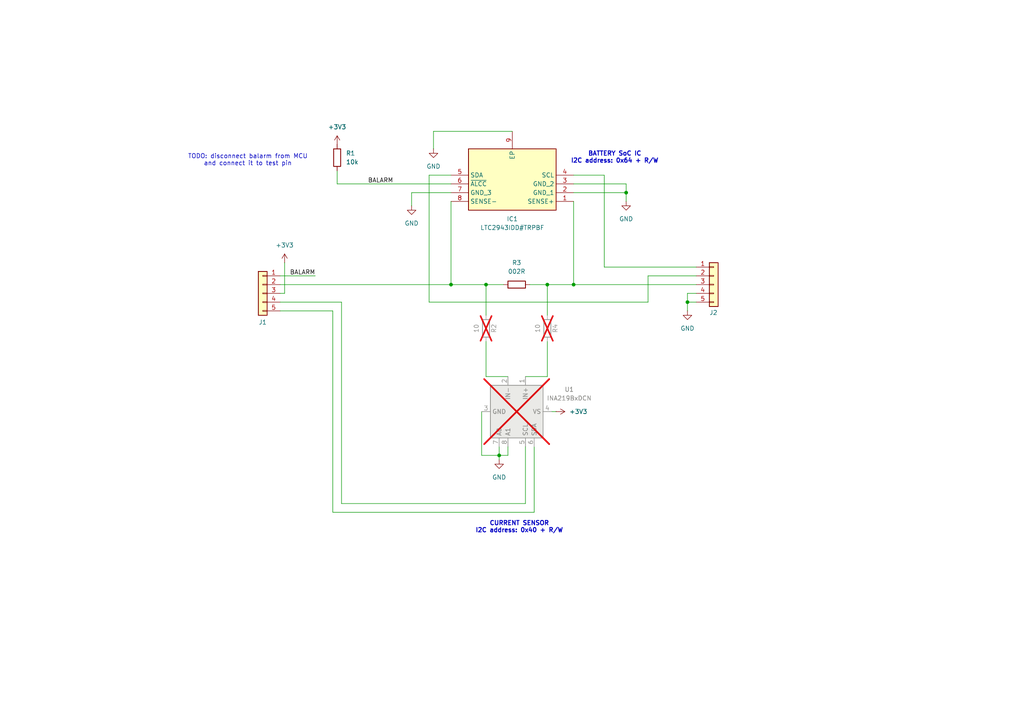
<source format=kicad_sch>
(kicad_sch (version 20250114) (generator "eeschema") (generator_version "9.0")
  (paper "A4")
  (title_block (title "Power Manager Breakout Board"))
  (lib_symbols
    (symbol "Connector_Generic:Conn_01x05" (pin_names (offset 1.016) (hide yes))
      (property "Reference" "J" (at 0 7.62 0))
      (property "Value" "Conn_01x05" (at 0 -7.62 0))
      (symbol "Conn_01x05_1_1"
        (rectangle (start -1.27 6.35) (end 1.27 -6.35) (stroke (width 0.254)) (fill (type background)))
        (rectangle (start -1.27 5.207) (end 0 4.953) (stroke (width 0.1524)))
        (rectangle (start -1.27 2.667) (end 0 2.413) (stroke (width 0.1524)))
        (rectangle (start -1.27 0.127) (end 0 -0.127) (stroke (width 0.1524)))
        (rectangle (start -1.27 -2.413) (end 0 -2.667) (stroke (width 0.1524)))
        (rectangle (start -1.27 -4.953) (end 0 -5.207) (stroke (width 0.1524)))
        (pin passive line (at -5.08 5.08 0) (length 3.81) (name "Pin_1") (number "1"))
        (pin passive line (at -5.08 2.54 0) (length 3.81) (name "Pin_2") (number "2"))
        (pin passive line (at -5.08 0 0) (length 3.81) (name "Pin_3") (number "3"))
        (pin passive line (at -5.08 -2.54 0) (length 3.81) (name "Pin_4") (number "4"))
        (pin passive line (at -5.08 -5.08 0) (length 3.81) (name "Pin_5") (number "5"))
      )
    )
    (symbol "Device:R" (pin_numbers (hide yes)) (pin_names (offset 0))
      (property "Reference" "R" (at 2.032 0 90))
      (property "Value" "R" (at 0 0 90))
      (symbol "R_0_1"
        (rectangle (start -1.016 -2.54) (end 1.016 2.54) (stroke (width 0.254)))
      )
      (symbol "R_1_1"
        (pin passive line (at 0 3.81 270) (length 1.27) (name "~") (number "1"))
        (pin passive line (at 0 -3.81 90) (length 1.27) (name "~") (number "2"))
      )
    )
    (symbol "Sensor_Energy:INA219BxDCN"
      (property "Reference" "U" (at -6.35 8.89 0))
      (property "Value" "INA219BxDCN" (at 6.35 8.89 0))
      (symbol "INA219BxDCN_0_1"
        (rectangle (start -7.62 7.62) (end 7.62 -7.62) (stroke (width 0.254)) (fill (type background)))
      )
      (symbol "INA219BxDCN_1_1"
        (pin input line (at -10.16 2.54 0) (length 2.54) (name "IN+") (number "1"))
        (pin input line (at -10.16 -2.54 0) (length 2.54) (name "IN-") (number "2"))
        (pin power_in line (at 0 10.16 270) (length 2.54) (name "VS") (number "4"))
        (pin power_in line (at 0 -10.16 90) (length 2.54) (name "GND") (number "3"))
        (pin bidirectional line (at 10.16 5.08 180) (length 2.54) (name "SDA") (number "6"))
        (pin input line (at 10.16 2.54 180) (length 2.54) (name "SCL") (number "5"))
        (pin input line (at 10.16 -2.54 180) (length 2.54) (name "A1") (number "8"))
        (pin input line (at 10.16 -5.08 180) (length 2.54) (name "A0") (number "7"))
      )
    )
    (symbol "dodo-device:LTC2943IDD#TRPBF"
      (property "Reference" "IC" (at 13.97 13.97 0))
      (property "Value" "LTC2943IDD#TRPBF" (at 13.97 11.43 0))
      (symbol "LTC2943IDD#TRPBF_1_1"
        (rectangle (start -12.7 8.89) (end 12.7 -8.89) (stroke (width 0.254)) (fill (type background)))
        (pin passive line (at -17.78 6.35 0) (length 5.08) (name "SENSE+") (number "1"))
        (pin passive line (at -17.78 3.81 0) (length 5.08) (name "GND_1") (number "2"))
        (pin passive line (at -17.78 1.27 0) (length 5.08) (name "GND_2") (number "3"))
        (pin passive line (at -17.78 -1.27 0) (length 5.08) (name "SCL") (number "4"))
        (pin passive line (at 0 -13.97 90) (length 5.08) (name "EP") (number "9"))
        (pin passive line (at 17.78 6.35 180) (length 5.08) (name "SENSE-") (number "8"))
        (pin passive line (at 17.78 3.81 180) (length 5.08) (name "GND_3") (number "7"))
        (pin passive line (at 17.78 1.27 180) (length 5.08) (name "~{ALCC}") (number "6"))
        (pin passive line (at 17.78 -1.27 180) (length 5.08) (name "SDA") (number "5"))
      )
    )
    (symbol "power:+3V3" (power) (pin_numbers (hide yes)) (pin_names (offset 0) (hide yes))
      (property "Value" "+3V3" (at 0 3.556 0))
      (symbol "+3V3_0_1"
        (polyline (pts (xy -0.762 1.27) (xy 0 2.54)))
        (polyline (pts (xy 0 2.54) (xy 0.762 1.27)))
        (polyline (pts (xy 0 0) (xy 0 2.54)))
      )
      (symbol "+3V3_1_1"
        (pin power_in line (at 0 0 90) (length 0) (name "~") (number "1"))
      )
    )
    (symbol "power:GND" (power) (pin_numbers (hide yes)) (pin_names (offset 0) (hide yes))
      (property "Value" "GND" (at 0 -3.81 0))
      (symbol "GND_0_1"
        (polyline (pts (xy 0 0) (xy 0 -1.27) (xy 1.27 -1.27) (xy 0 -2.54) (xy -1.27 -1.27) (xy 0 -1.27)))
      )
      (symbol "GND_1_1"
        (pin power_in line (at 0 0 270) (length 0) (name "~") (number "1"))
      )
    )
  )
  (text "BATTERY SoC IC\nI2C address: 0x64 + R/W" (at 178.308 45.72 0) (effects (font (size 1.27 1.27) (thickness 0.254) (bold yes))))
  (text "TODO: disconnect balarm from MCU\nand connect it to test pin" (at 71.882 46.482 0) (effects (font (size 1.27 1.27))))
  (text "CURRENT SENSOR\nI2C address: 0x40 + R/W" (at 150.622 152.908 0) (effects (font (size 1.27 1.27) (thickness 0.254) (bold yes))))
  (junction (at 158.75 82.55))
  (junction (at 199.39 87.63))
  (junction (at 130.81 82.55))
  (junction (at 181.61 55.88))
  (junction (at 166.37 82.55))
  (junction (at 144.78 132.08))
  (junction (at 140.97 82.55))
  (wire (pts (xy 166.37 82.55) (xy 201.93 82.55)))
  (wire (pts (xy 139.7 119.38) (xy 139.7 132.08)))
  (wire (pts (xy 130.81 55.88) (xy 119.38 55.88)))
  (wire (pts (xy 97.79 53.34) (xy 130.81 53.34)))
  (wire (pts (xy 154.94 148.59) (xy 96.52 148.59)))
  (wire (pts (xy 130.81 50.8) (xy 124.46 50.8)))
  (wire (pts (xy 199.39 90.17) (xy 199.39 87.63)))
  (wire (pts (xy 148.59 38.1) (xy 125.73 38.1)))
  (wire (pts (xy 81.28 82.55) (xy 130.81 82.55)))
  (wire (pts (xy 140.97 109.22) (xy 147.32 109.22)))
  (wire (pts (xy 140.97 82.55) (xy 146.05 82.55)))
  (wire (pts (xy 199.39 87.63) (xy 201.93 87.63)))
  (wire (pts (xy 82.55 76.2) (xy 82.55 85.09)))
  (wire (pts (xy 158.75 99.06) (xy 158.75 109.22)))
  (wire (pts (xy 130.81 82.55) (xy 140.97 82.55)))
  (wire (pts (xy 153.67 82.55) (xy 158.75 82.55)))
  (wire (pts (xy 144.78 132.08) (xy 144.78 133.35)))
  (wire (pts (xy 125.73 38.1) (xy 125.73 43.18)))
  (wire (pts (xy 199.39 85.09) (xy 199.39 87.63)))
  (wire (pts (xy 154.94 129.54) (xy 154.94 148.59)))
  (wire (pts (xy 130.81 58.42) (xy 130.81 82.55)))
  (wire (pts (xy 175.26 50.8) (xy 175.26 77.47)))
  (wire (pts (xy 181.61 55.88) (xy 181.61 58.42)))
  (wire (pts (xy 201.93 80.01) (xy 187.96 80.01)))
  (wire (pts (xy 152.4 146.05) (xy 99.06 146.05)))
  (wire (pts (xy 158.75 82.55) (xy 158.75 91.44)))
  (wire (pts (xy 158.75 109.22) (xy 152.4 109.22)))
  (wire (pts (xy 158.75 82.55) (xy 166.37 82.55)))
  (wire (pts (xy 140.97 99.06) (xy 140.97 109.22)))
  (wire (pts (xy 144.78 129.54) (xy 144.78 132.08)))
  (wire (pts (xy 181.61 53.34) (xy 181.61 55.88)))
  (wire (pts (xy 140.97 82.55) (xy 140.97 91.44)))
  (wire (pts (xy 119.38 55.88) (xy 119.38 59.69)))
  (wire (pts (xy 97.79 49.53) (xy 97.79 53.34)))
  (wire (pts (xy 175.26 77.47) (xy 201.93 77.47)))
  (wire (pts (xy 147.32 129.54) (xy 147.32 132.08)))
  (wire (pts (xy 99.06 146.05) (xy 99.06 87.63)))
  (wire (pts (xy 81.28 80.01) (xy 91.44 80.01)))
  (wire (pts (xy 187.96 80.01) (xy 187.96 87.63)))
  (wire (pts (xy 147.32 132.08) (xy 144.78 132.08)))
  (wire (pts (xy 82.55 85.09) (xy 81.28 85.09)))
  (wire (pts (xy 166.37 53.34) (xy 181.61 53.34)))
  (wire (pts (xy 152.4 129.54) (xy 152.4 146.05)))
  (wire (pts (xy 124.46 87.63) (xy 187.96 87.63)))
  (wire (pts (xy 99.06 87.63) (xy 81.28 87.63)))
  (wire (pts (xy 166.37 50.8) (xy 175.26 50.8)))
  (wire (pts (xy 199.39 85.09) (xy 201.93 85.09)))
  (wire (pts (xy 96.52 90.17) (xy 81.28 90.17)))
  (wire (pts (xy 161.29 119.38) (xy 160.02 119.38)))
  (wire (pts (xy 144.78 132.08) (xy 139.7 132.08)))
  (wire (pts (xy 166.37 58.42) (xy 166.37 82.55)))
  (wire (pts (xy 96.52 148.59) (xy 96.52 90.17)))
  (wire (pts (xy 166.37 55.88) (xy 181.61 55.88)))
  (wire (pts (xy 124.46 50.8) (xy 124.46 87.63)))
  (label "BALARM" (at 106.68 53.34 0))
  (label "BALARM" (at 91.44 80.01 180))
  (symbol (lib_id "Device:R") (at 140.97 95.25 0) (unit 1) (dnp yes)
    (property "Reference" "R2" (at 143.256 95.25 90))
    (property "Value" "10" (at 138.176 95.25 90))
    (property "Footprint" "Resistor_SMD:R_0805_2012Metric_Pad1.20x1.40mm_HandSolder" (effects (hide yes)))
    (property "Description" "Resistor" (effects (hide yes)))
  )
  (symbol (lib_id "Device:R") (at 149.86 82.55 90) (unit 1)
    (property "Reference" "R3" (at 149.86 76.2 90))
    (property "Value" "002R" (at 149.86 78.74 90))
    (property "Footprint" "Resistor_SMD:R_2512_6332Metric_Pad1.40x3.35mm_HandSolder" (effects (hide yes)))
    (property "Description" "Resistor" (effects (hide yes)))
  )
  (symbol (lib_id "power:GND") (at 181.61 58.42 0) (unit 1)
    (property "Reference" "#PWR07" (effects (hide yes)))
    (property "Value" "GND" (at 181.61 63.5 0))
    (property "Description" "Power symbol creates a global label with name \"GND\" , ground" (effects (hide yes)))
  )
  (symbol (lib_id "power:GND") (at 119.38 59.69 0) (unit 1)
    (property "Reference" "#PWR03" (effects (hide yes)))
    (property "Value" "GND" (at 119.38 64.77 0))
    (property "Description" "Power symbol creates a global label with name \"GND\" , ground" (effects (hide yes)))
  )
  (symbol (lib_id "dodo-device:LTC2943IDD#TRPBF") (at 148.59 52.07 180) (unit 1)
    (property "Reference" "IC1" (at 148.59 63.5 0))
    (property "Value" "LTC2943IDD#TRPBF" (at 148.59 66.04 0))
    (property "Footprint" "Package_DFN_QFN:DFN-8-1EP_3x3mm_P0.5mm_EP1.66x2.38mm" (effects (hide yes)))
    (property "Datasheet" "https://www.mouser.in/datasheet/2/609/2943fa-1271567.pdf" (effects (hide yes)))
    (property "Description" "Battery Management 20V Battery Gas Gauge with Voltage, Current & Temperature Measurement" (effects (hide yes)))
    (property "Height" "0.8" (effects (hide yes)))
    (property "Mouser Part Number" "584-LTC2943IDD#TRPBF" (effects (hide yes)))
    (property "Mouser Price/Stock" "https://www.mouser.co.uk/ProductDetail/Analog-Devices/LTC2943IDDTRPBF?qs=hVkxg5c3xu8j%252BJ6DK3jV8w%3D%3D" (effects (hide yes)))
    (property "Manufacturer_Name" "Analog Devices" (effects (hide yes)))
    (property "Manufacturer_Part_Number" "LTC2943IDD#TRPBF" (effects (hide yes)))
  )
  (symbol (lib_id "power:+3V3") (at 82.55 76.2 0) (unit 1)
    (property "Reference" "#PWR01" (effects (hide yes)))
    (property "Value" "+3V3" (at 82.55 71.12 0))
    (property "Description" "Power symbol creates a global label with name \"+3V3\"" (effects (hide yes)))
  )
  (symbol (lib_id "power:+3V3") (at 97.79 41.91 0) (unit 1)
    (property "Reference" "#PWR02" (effects (hide yes)))
    (property "Value" "+3V3" (at 97.79 36.83 0))
    (property "Description" "Power symbol creates a global label with name \"+3V3\"" (effects (hide yes)))
  )
  (symbol (lib_id "Device:R") (at 158.75 95.25 0) (unit 1) (dnp yes)
    (property "Reference" "R4" (at 161.036 95.25 90))
    (property "Value" "10" (at 155.956 95.25 90))
    (property "Footprint" "Resistor_SMD:R_0805_2012Metric_Pad1.20x1.40mm_HandSolder" (effects (hide yes)))
    (property "Description" "Resistor" (effects (hide yes)))
  )
  (symbol (lib_id "power:GND") (at 144.78 133.35 0) (unit 1)
    (property "Reference" "#PWR05" (effects (hide yes)))
    (property "Value" "GND" (at 144.78 138.43 0))
    (property "Description" "Power symbol creates a global label with name \"GND\" , ground" (effects (hide yes)))
  )
  (symbol (lib_id "Connector_Generic:Conn_01x05") (at 76.2 85.09 0) (mirror y) (unit 1)
    (property "Reference" "J1" (at 76.2 93.472 0))
    (property "Value" "Conn_01x05" (effects (hide yes)))
    (property "Footprint" "Connector_PinHeader_2.54mm:PinHeader_1x05_P2.54mm_Vertical_SMD_Pin1Left" (effects (hide yes)))
    (property "Description" "Generic connector, single row, 01x05, script generated (kicad-library-utils/schlib/autogen/connector/)" (effects (hide yes)))
  )
  (symbol (lib_id "Device:R") (at 97.79 45.72 0) (unit 1)
    (property "Reference" "R1" (at 100.33 44.4499 0) (effects (justify left)))
    (property "Value" "10k" (at 100.33 46.9899 0) (effects (justify left)))
    (property "Footprint" "Resistor_SMD:R_0805_2012Metric_Pad1.20x1.40mm_HandSolder" (effects (hide yes)))
    (property "Description" "Resistor" (effects (hide yes)))
  )
  (symbol (lib_id "Connector_Generic:Conn_01x05") (at 207.01 82.55 0) (unit 1)
    (property "Reference" "J2" (at 205.74 90.678 0) (effects (justify left)))
    (property "Value" "Conn_01x05" (effects (hide yes)))
    (property "Footprint" "Connector_PinHeader_2.54mm:PinHeader_1x05_P2.54mm_Vertical_SMD_Pin1Left" (effects (hide yes)))
    (property "Description" "Generic connector, single row, 01x05, script generated (kicad-library-utils/schlib/autogen/connector/)" (effects (hide yes)))
  )
  (symbol (lib_id "power:GND") (at 125.73 43.18 0) (unit 1)
    (property "Reference" "#PWR04" (effects (hide yes)))
    (property "Value" "GND" (at 125.73 48.26 0))
    (property "Description" "Power symbol creates a global label with name \"GND\" , ground" (effects (hide yes)))
  )
  (symbol (lib_id "Sensor_Energy:INA219BxDCN") (at 149.86 119.38 270) (unit 1) (dnp yes)
    (property "Reference" "U1" (at 165.1 112.9598 90))
    (property "Value" "INA219BxDCN" (at 165.1 115.4998 90))
    (property "Footprint" "Package_TO_SOT_SMD:SOT-23-8" (effects (hide yes)))
    (property "Datasheet" "http://www.ti.com/lit/ds/symlink/ina219.pdf" (effects (hide yes)))
    (property "Description" "Zero-Drift, HighAccuracy, Bidirectional Current/Power Monitor (0-26V) With I2C Interface, SOT-23-8" (effects (hide yes)))
  )
  (symbol (lib_id "power:+3V3") (at 161.29 119.38 270) (unit 1)
    (property "Reference" "#PWR06" (effects (hide yes)))
    (property "Value" "+3V3" (at 165.1 119.3799 90) (effects (justify left)))
    (property "Description" "Power symbol creates a global label with name \"+3V3\"" (effects (hide yes)))
  )
  (symbol (lib_id "power:GND") (at 199.39 90.17 0) (unit 1)
    (property "Reference" "#PWR08" (effects (hide yes)))
    (property "Value" "GND" (at 199.39 95.25 0))
    (property "Description" "Power symbol creates a global label with name \"GND\" , ground" (effects (hide yes)))
  )
)
</source>
